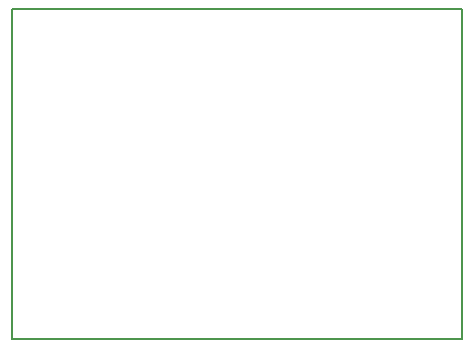
<source format=gbr>
G04 #@! TF.FileFunction,Profile,NP*
%FSLAX46Y46*%
G04 Gerber Fmt 4.6, Leading zero omitted, Abs format (unit mm)*
G04 Created by KiCad (PCBNEW 4.0.7) date 11/13/18 10:50:41*
%MOMM*%
%LPD*%
G01*
G04 APERTURE LIST*
%ADD10C,0.100000*%
%ADD11C,0.150000*%
G04 APERTURE END LIST*
D10*
D11*
X142240000Y-93980000D02*
X142240000Y-121920000D01*
X180340000Y-121920000D02*
X180340000Y-93980000D01*
X180340000Y-121920000D02*
X142240000Y-121920000D01*
X142240000Y-93980000D02*
X180340000Y-93980000D01*
M02*

</source>
